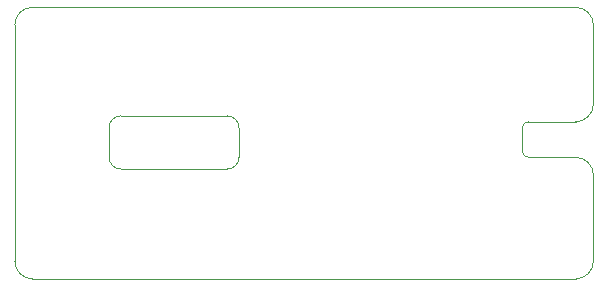
<source format=gm1>
G04 #@! TF.GenerationSoftware,KiCad,Pcbnew,(5.1.5)-3*
G04 #@! TF.CreationDate,2020-04-29T21:29:53+02:00*
G04 #@! TF.ProjectId,AGB_LIPO,4147425f-4c49-4504-9f2e-6b696361645f,rev?*
G04 #@! TF.SameCoordinates,Original*
G04 #@! TF.FileFunction,Profile,NP*
%FSLAX46Y46*%
G04 Gerber Fmt 4.6, Leading zero omitted, Abs format (unit mm)*
G04 Created by KiCad (PCBNEW (5.1.5)-3) date 2020-04-29 21:29:53*
%MOMM*%
%LPD*%
G04 APERTURE LIST*
%ADD10C,0.050000*%
G04 APERTURE END LIST*
D10*
X77016000Y-30100000D02*
X77016000Y-31500000D01*
X77016000Y-30100000D02*
X77016000Y-20800000D01*
X77016000Y-40800000D02*
X77016000Y-31500000D01*
X77016000Y-20800000D02*
G75*
G02X78516000Y-19300000I1500000J0D01*
G01*
X78516000Y-42300000D02*
G75*
G02X77016000Y-40800000I0J1500000D01*
G01*
X120500000Y-32000000D02*
G75*
G02X120000000Y-31500000I0J500000D01*
G01*
X120000000Y-29500000D02*
G75*
G02X120500000Y-29000000I500000J0D01*
G01*
X85000000Y-29500000D02*
G75*
G02X86000000Y-28500000I1000000J0D01*
G01*
X86000000Y-33000000D02*
G75*
G02X85000000Y-32000000I0J1000000D01*
G01*
X96000000Y-32000000D02*
G75*
G02X95000000Y-33000000I-1000000J0D01*
G01*
X95000000Y-28500000D02*
G75*
G02X96000000Y-29500000I0J-1000000D01*
G01*
X126000000Y-40800000D02*
G75*
G02X124500000Y-42300000I-1500000J0D01*
G01*
X124500000Y-32000000D02*
G75*
G02X126000000Y-33500000I0J-1500000D01*
G01*
X126000000Y-27500000D02*
G75*
G02X124500000Y-29000000I-1500000J0D01*
G01*
X124500000Y-19300000D02*
G75*
G02X126000000Y-20800000I0J-1500000D01*
G01*
X126000000Y-33500000D02*
X126000000Y-40800000D01*
X126000000Y-27500000D02*
X126000000Y-20800000D01*
X120500000Y-29000000D02*
X124500000Y-29000000D01*
X120000000Y-31500000D02*
X120000000Y-29500000D01*
X124500000Y-32000000D02*
X120500000Y-32000000D01*
X95000000Y-33000000D02*
X86000000Y-33000000D01*
X96000000Y-29500000D02*
X96000000Y-32000000D01*
X86000000Y-28500000D02*
X95000000Y-28500000D01*
X85000000Y-32000000D02*
X85000000Y-29500000D01*
X78516000Y-19300000D02*
X124500000Y-19300000D01*
X78516000Y-42300000D02*
X124500000Y-42300000D01*
M02*

</source>
